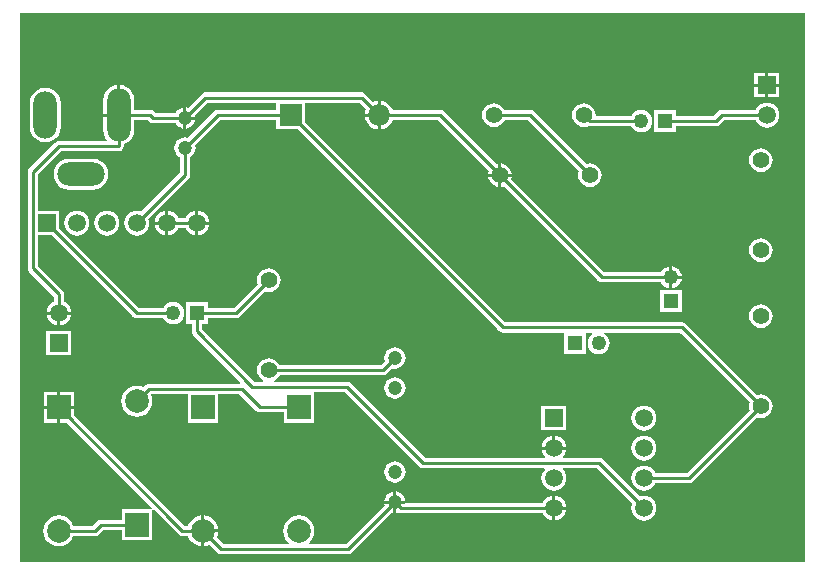
<source format=gbl>
%FSLAX24Y24*%
%MOIN*%
G70*
G01*
G75*
G04 Layer_Physical_Order=2*
G04 Layer_Color=16711680*
%ADD10C,0.0100*%
%ADD11C,0.0394*%
%ADD12C,0.0551*%
%ADD13C,0.0591*%
%ADD14R,0.0591X0.0591*%
%ADD15O,0.0591X0.1575*%
%ADD16O,0.1575X0.0591*%
%ADD17O,0.0591X0.1772*%
%ADD18O,0.1575X0.0787*%
%ADD19O,0.0787X0.1575*%
%ADD20O,0.0787X0.1772*%
%ADD21R,0.0492X0.0492*%
%ADD22C,0.0492*%
%ADD23R,0.0492X0.0492*%
%ADD24R,0.0728X0.0728*%
%ADD25C,0.0728*%
%ADD26C,0.0472*%
%ADD27C,0.0787*%
%ADD28R,0.0787X0.0787*%
%ADD29R,0.0591X0.0591*%
G36*
X46867Y30692D02*
X20692D01*
Y48993D01*
X46867D01*
Y30692D01*
D02*
G37*
%LPC*%
G36*
X22512Y36371D02*
X22050D01*
Y35909D01*
X22512D01*
Y36371D01*
D02*
G37*
G36*
X33200Y36857D02*
X33108Y36845D01*
X33021Y36810D01*
X32947Y36753D01*
X32890Y36679D01*
X32855Y36593D01*
X32843Y36500D01*
X32855Y36407D01*
X32890Y36321D01*
X32947Y36247D01*
X33021Y36190D01*
X33108Y36155D01*
X33200Y36143D01*
X33293Y36155D01*
X33379Y36190D01*
X33453Y36247D01*
X33510Y36321D01*
X33545Y36407D01*
X33557Y36500D01*
X33545Y36593D01*
X33510Y36679D01*
X33453Y36753D01*
X33379Y36810D01*
X33293Y36845D01*
X33200Y36857D01*
D02*
G37*
G36*
X22413Y38413D02*
X21587D01*
Y37587D01*
X22413D01*
Y38413D01*
D02*
G37*
G36*
X38913Y35913D02*
X38087D01*
Y35087D01*
X38913D01*
Y35913D01*
D02*
G37*
G36*
X21950Y35809D02*
X21488D01*
Y35347D01*
X21950D01*
Y35809D01*
D02*
G37*
G36*
Y36371D02*
X21488D01*
Y35909D01*
X21950D01*
Y36371D01*
D02*
G37*
G36*
X45400Y39297D02*
X45297Y39284D01*
X45201Y39244D01*
X45119Y39181D01*
X45056Y39099D01*
X45016Y39003D01*
X45003Y38900D01*
X45016Y38797D01*
X45056Y38701D01*
X45119Y38619D01*
X45201Y38556D01*
X45297Y38516D01*
X45400Y38503D01*
X45503Y38516D01*
X45599Y38556D01*
X45681Y38619D01*
X45744Y38701D01*
X45784Y38797D01*
X45797Y38900D01*
X45784Y39003D01*
X45744Y39099D01*
X45681Y39181D01*
X45599Y39244D01*
X45503Y39284D01*
X45400Y39297D01*
D02*
G37*
G36*
X29000Y40497D02*
X28897Y40484D01*
X28801Y40444D01*
X28719Y40381D01*
X28656Y40299D01*
X28616Y40203D01*
X28603Y40100D01*
X28616Y39997D01*
X28628Y39970D01*
X27829Y39171D01*
X26958D01*
Y39364D01*
X26230D01*
Y38636D01*
X26422D01*
Y38386D01*
X26422Y38386D01*
X26422D01*
X26435Y38321D01*
X26472Y38265D01*
X28050Y36688D01*
X28031Y36641D01*
X25011D01*
X24945Y36628D01*
X24890Y36591D01*
X24820Y36522D01*
X24734Y36558D01*
X24600Y36575D01*
X24466Y36558D01*
X24342Y36506D01*
X24235Y36424D01*
X24153Y36317D01*
X24101Y36193D01*
X24084Y36059D01*
X24101Y35925D01*
X24153Y35801D01*
X24235Y35694D01*
X24342Y35612D01*
X24466Y35560D01*
X24600Y35543D01*
X24734Y35560D01*
X24858Y35612D01*
X24965Y35694D01*
X25047Y35801D01*
X25099Y35925D01*
X25116Y36059D01*
X25099Y36193D01*
X25063Y36279D01*
X25082Y36299D01*
X26288D01*
Y35347D01*
X27312D01*
Y36299D01*
X28019D01*
X28580Y35738D01*
X28580D01*
X28580Y35738D01*
X28580Y35738D01*
Y35738D01*
X28635Y35701D01*
X28701Y35688D01*
X29488D01*
Y35347D01*
X30512D01*
Y36359D01*
X31549D01*
X34029Y33879D01*
X34084Y33842D01*
X34095Y33839D01*
X34150Y33829D01*
X38175D01*
X38197Y33784D01*
X38139Y33708D01*
X38097Y33608D01*
X38083Y33500D01*
X38097Y33392D01*
X38139Y33292D01*
X38205Y33205D01*
X38292Y33139D01*
X38392Y33097D01*
X38500Y33083D01*
X38608Y33097D01*
X38708Y33139D01*
X38795Y33205D01*
X38861Y33292D01*
X38903Y33392D01*
X38917Y33500D01*
X38903Y33608D01*
X38861Y33708D01*
X38795Y33795D01*
X38806Y33829D01*
X39929D01*
X41113Y32645D01*
X41097Y32608D01*
X41083Y32500D01*
X41097Y32392D01*
X41139Y32292D01*
X41205Y32205D01*
X41292Y32139D01*
X41392Y32097D01*
X41500Y32083D01*
X41608Y32097D01*
X41708Y32139D01*
X41795Y32205D01*
X41861Y32292D01*
X41903Y32392D01*
X41917Y32500D01*
X41903Y32608D01*
X41861Y32708D01*
X41795Y32795D01*
X41708Y32861D01*
X41608Y32903D01*
X41500Y32917D01*
X41392Y32903D01*
X41355Y32887D01*
X40121Y34121D01*
X40066Y34158D01*
X40000Y34171D01*
X38825D01*
X38803Y34216D01*
X38861Y34292D01*
X38903Y34392D01*
X38910Y34450D01*
X38090D01*
X38097Y34392D01*
X38139Y34292D01*
X38197Y34216D01*
X38175Y34171D01*
X34221D01*
X31741Y36651D01*
X31686Y36688D01*
X31620Y36701D01*
X29195D01*
X29185Y36750D01*
X29199Y36756D01*
X29281Y36819D01*
X29344Y36901D01*
X29355Y36929D01*
X32800D01*
X32866Y36942D01*
X32921Y36979D01*
X32921Y36979D01*
X32921Y36979D01*
X33100Y37158D01*
X33108Y37155D01*
X33200Y37143D01*
X33293Y37155D01*
X33379Y37190D01*
X33453Y37247D01*
X33510Y37321D01*
X33545Y37408D01*
X33557Y37500D01*
X33545Y37592D01*
X33510Y37679D01*
X33453Y37753D01*
X33379Y37810D01*
X33293Y37845D01*
X33200Y37857D01*
X33108Y37845D01*
X33021Y37810D01*
X32947Y37753D01*
X32890Y37679D01*
X32855Y37592D01*
X32843Y37500D01*
X32855Y37408D01*
X32858Y37400D01*
X32729Y37271D01*
X29355D01*
X29344Y37299D01*
X29281Y37381D01*
X29199Y37444D01*
X29103Y37484D01*
X29000Y37497D01*
X28897Y37484D01*
X28801Y37444D01*
X28719Y37381D01*
X28656Y37299D01*
X28616Y37203D01*
X28603Y37100D01*
X28616Y36997D01*
X28656Y36901D01*
X28719Y36819D01*
X28801Y36756D01*
X28815Y36750D01*
X28805Y36701D01*
X28521D01*
X26765Y38457D01*
Y38636D01*
X26958D01*
Y38829D01*
X27900D01*
X27966Y38842D01*
X28021Y38879D01*
X28870Y39728D01*
X28897Y39716D01*
X29000Y39703D01*
X29103Y39716D01*
X29199Y39756D01*
X29281Y39819D01*
X29344Y39901D01*
X29384Y39997D01*
X29397Y40100D01*
X29384Y40203D01*
X29344Y40299D01*
X29281Y40381D01*
X29199Y40444D01*
X29103Y40484D01*
X29000Y40497D01*
D02*
G37*
G36*
X37091Y43550D02*
X36750D01*
Y43209D01*
X36803Y43216D01*
X36830Y43228D01*
X39985Y40072D01*
X39985D01*
X39985Y40072D01*
X39985Y40072D01*
Y40072D01*
X40041Y40035D01*
X40106Y40022D01*
X42077D01*
X42082Y40010D01*
X42140Y39934D01*
X42216Y39876D01*
X42305Y39839D01*
X42350Y39833D01*
Y40194D01*
Y40554D01*
X42305Y40549D01*
X42216Y40512D01*
X42140Y40453D01*
X42082Y40377D01*
X42077Y40365D01*
X40177D01*
X37072Y43470D01*
X37084Y43497D01*
X37091Y43550D01*
D02*
G37*
G36*
X42761Y40144D02*
X42450D01*
Y39833D01*
X42495Y39839D01*
X42584Y39876D01*
X42660Y39934D01*
X42718Y40010D01*
X42755Y40099D01*
X42761Y40144D01*
D02*
G37*
G36*
X21950Y38950D02*
X21590D01*
X21597Y38892D01*
X21639Y38792D01*
X21705Y38705D01*
X21792Y38639D01*
X21892Y38597D01*
X21950Y38590D01*
Y38950D01*
D02*
G37*
G36*
X22410D02*
X22050D01*
Y38590D01*
X22108Y38597D01*
X22208Y38639D01*
X22295Y38705D01*
X22361Y38792D01*
X22403Y38892D01*
X22410Y38950D01*
D02*
G37*
G36*
X42764Y39770D02*
X42036D01*
Y39042D01*
X42764D01*
Y39770D01*
D02*
G37*
G36*
X22512Y35809D02*
X22050D01*
Y35347D01*
X22269D01*
X25118Y32499D01*
X25114Y32491D01*
D01*
X25099Y32453D01*
X24088D01*
Y32112D01*
X23400D01*
X23334Y32099D01*
X23279Y32062D01*
X23129Y31912D01*
X22483D01*
X22447Y31999D01*
X22365Y32106D01*
X22258Y32188D01*
X22134Y32240D01*
X22000Y32257D01*
X21866Y32240D01*
X21742Y32188D01*
X21635Y32106D01*
X21553Y31999D01*
X21501Y31875D01*
X21484Y31741D01*
X21501Y31607D01*
X21553Y31483D01*
X21635Y31376D01*
X21742Y31294D01*
X21866Y31242D01*
X22000Y31225D01*
X22134Y31242D01*
X22258Y31294D01*
X22365Y31376D01*
X22447Y31483D01*
X22483Y31570D01*
X23200D01*
X23266Y31583D01*
X23321Y31620D01*
X23321Y31620D01*
X23321Y31620D01*
X23471Y31770D01*
X24088D01*
Y31429D01*
X25112D01*
Y32440D01*
X25150Y32455D01*
D01*
X25158Y32459D01*
X25997Y31620D01*
X25997D01*
X25997Y31620D01*
X25997Y31620D01*
Y31620D01*
X26053Y31583D01*
X26118Y31570D01*
X26317D01*
X26353Y31483D01*
X26435Y31376D01*
X26542Y31294D01*
X26666Y31242D01*
X26750Y31231D01*
Y31741D01*
Y32251D01*
X26666Y32240D01*
X26542Y32188D01*
X26435Y32106D01*
X26353Y31999D01*
X26317Y31912D01*
X26189D01*
X22512Y35590D01*
Y35809D01*
D02*
G37*
G36*
X38550Y32910D02*
Y32550D01*
X38910D01*
X38903Y32608D01*
X38861Y32708D01*
X38795Y32795D01*
X38708Y32861D01*
X38608Y32903D01*
X38550Y32910D01*
D02*
G37*
G36*
X38450D02*
X38392Y32903D01*
X38292Y32861D01*
X38205Y32795D01*
X38139Y32708D01*
X38124Y32671D01*
X33582D01*
X33557Y32700D01*
X33551Y32650D01*
X33250D01*
Y32349D01*
X33293Y32355D01*
X33306Y32360D01*
X33334Y32342D01*
X33400Y32329D01*
X38124D01*
X38139Y32292D01*
X38205Y32205D01*
X38292Y32139D01*
X38392Y32097D01*
X38450Y32090D01*
Y32500D01*
Y32910D01*
D02*
G37*
G36*
X26850Y32251D02*
Y31791D01*
X27310D01*
X27299Y31875D01*
X27247Y31999D01*
X27165Y32106D01*
X27058Y32188D01*
X26934Y32240D01*
X26850Y32251D01*
D02*
G37*
G36*
X38910Y32450D02*
X38550D01*
Y32090D01*
X38608Y32097D01*
X38708Y32139D01*
X38795Y32205D01*
X38861Y32292D01*
X38903Y32392D01*
X38910Y32450D01*
D02*
G37*
G36*
X33150Y32650D02*
X32849D01*
X32855Y32608D01*
X32858Y32600D01*
X31559Y31301D01*
X30346D01*
X30330Y31349D01*
X30365Y31376D01*
X30447Y31483D01*
X30499Y31607D01*
X30516Y31741D01*
X30499Y31875D01*
X30447Y31999D01*
X30365Y32106D01*
X30258Y32188D01*
X30134Y32240D01*
X30000Y32257D01*
X29866Y32240D01*
X29742Y32188D01*
X29635Y32106D01*
X29553Y31999D01*
X29501Y31875D01*
X29484Y31741D01*
X29501Y31607D01*
X29553Y31483D01*
X29635Y31376D01*
X29670Y31349D01*
X29654Y31301D01*
X27482D01*
X27263Y31521D01*
X27299Y31607D01*
X27310Y31691D01*
X26850D01*
Y31231D01*
X26934Y31242D01*
X27020Y31278D01*
X27290Y31009D01*
X27290D01*
X27290Y31009D01*
X27290Y31009D01*
Y31009D01*
X27345Y30972D01*
X27411Y30959D01*
X31630D01*
X31696Y30972D01*
X31751Y31009D01*
X33100Y32358D01*
X33108Y32355D01*
X33150Y32349D01*
Y32650D01*
D02*
G37*
G36*
Y33051D02*
X33108Y33045D01*
X33021Y33010D01*
X32947Y32953D01*
X32890Y32879D01*
X32855Y32792D01*
X32849Y32750D01*
X33150D01*
Y33051D01*
D02*
G37*
G36*
X38450Y34910D02*
X38392Y34903D01*
X38292Y34861D01*
X38205Y34795D01*
X38139Y34708D01*
X38097Y34608D01*
X38090Y34550D01*
X38450D01*
Y34910D01*
D02*
G37*
G36*
X38550D02*
Y34550D01*
X38910D01*
X38903Y34608D01*
X38861Y34708D01*
X38795Y34795D01*
X38708Y34861D01*
X38608Y34903D01*
X38550Y34910D01*
D02*
G37*
G36*
X41500Y35917D02*
X41392Y35903D01*
X41292Y35861D01*
X41205Y35795D01*
X41139Y35708D01*
X41097Y35608D01*
X41083Y35500D01*
X41097Y35392D01*
X41139Y35292D01*
X41205Y35205D01*
X41292Y35139D01*
X41392Y35097D01*
X41500Y35083D01*
X41608Y35097D01*
X41708Y35139D01*
X41795Y35205D01*
X41861Y35292D01*
X41903Y35392D01*
X41917Y35500D01*
X41903Y35608D01*
X41861Y35708D01*
X41795Y35795D01*
X41708Y35861D01*
X41608Y35903D01*
X41500Y35917D01*
D02*
G37*
G36*
X33250Y33051D02*
Y32750D01*
X33551D01*
X33545Y32792D01*
X33510Y32879D01*
X33453Y32953D01*
X33379Y33010D01*
X33293Y33045D01*
X33250Y33051D01*
D02*
G37*
G36*
X33200Y34057D02*
X33108Y34045D01*
X33021Y34010D01*
X32947Y33953D01*
X32890Y33879D01*
X32855Y33793D01*
X32843Y33700D01*
X32855Y33607D01*
X32890Y33521D01*
X32947Y33447D01*
X33021Y33390D01*
X33108Y33355D01*
X33200Y33343D01*
X33293Y33355D01*
X33379Y33390D01*
X33453Y33447D01*
X33510Y33521D01*
X33545Y33607D01*
X33557Y33700D01*
X33545Y33793D01*
X33510Y33879D01*
X33453Y33953D01*
X33379Y34010D01*
X33293Y34045D01*
X33200Y34057D01*
D02*
G37*
G36*
X41500Y34917D02*
X41392Y34903D01*
X41292Y34861D01*
X41205Y34795D01*
X41139Y34708D01*
X41097Y34608D01*
X41083Y34500D01*
X41097Y34392D01*
X41139Y34292D01*
X41205Y34205D01*
X41292Y34139D01*
X41392Y34097D01*
X41500Y34083D01*
X41608Y34097D01*
X41708Y34139D01*
X41795Y34205D01*
X41861Y34292D01*
X41903Y34392D01*
X41917Y34500D01*
X41903Y34608D01*
X41861Y34708D01*
X41795Y34795D01*
X41708Y34861D01*
X41608Y34903D01*
X41500Y34917D01*
D02*
G37*
G36*
X32626Y45550D02*
X32197D01*
X32207Y45474D01*
X32255Y45357D01*
X32332Y45256D01*
X32433Y45179D01*
X32550Y45130D01*
X32626Y45120D01*
Y45550D01*
D02*
G37*
G36*
X24044Y46602D02*
Y45600D01*
X23994D01*
Y45550D01*
X23477D01*
Y45108D01*
X23495Y44974D01*
X23547Y44850D01*
X23603Y44776D01*
X23581Y44731D01*
X21990D01*
X21924Y44718D01*
X21869Y44681D01*
X21009Y43821D01*
X20972Y43766D01*
X20959Y43700D01*
Y40490D01*
X20959Y40490D01*
X20959D01*
X20972Y40424D01*
X21009Y40369D01*
X21829Y39549D01*
Y39376D01*
X21792Y39361D01*
X21705Y39295D01*
X21639Y39208D01*
X21597Y39108D01*
X21590Y39050D01*
X22410D01*
X22403Y39108D01*
X22361Y39208D01*
X22295Y39295D01*
X22208Y39361D01*
X22171Y39376D01*
Y39620D01*
X22158Y39686D01*
X22121Y39741D01*
X21301Y40561D01*
Y41587D01*
X21771D01*
X24479Y38879D01*
X24534Y38842D01*
X24600Y38829D01*
X25483D01*
X25488Y38816D01*
X25547Y38740D01*
X25623Y38682D01*
X25711Y38645D01*
X25806Y38633D01*
X25901Y38645D01*
X25990Y38682D01*
X26066Y38740D01*
X26124Y38816D01*
X26161Y38905D01*
X26174Y39000D01*
X26161Y39095D01*
X26124Y39184D01*
X26066Y39260D01*
X25990Y39318D01*
X25901Y39355D01*
X25806Y39367D01*
X25711Y39355D01*
X25623Y39318D01*
X25547Y39260D01*
X25488Y39184D01*
X25483Y39171D01*
X24671D01*
X22013Y41829D01*
Y42413D01*
X21301D01*
Y43629D01*
X22061Y44389D01*
X23994D01*
X24059Y44402D01*
X24115Y44439D01*
X24152Y44494D01*
X24165Y44560D01*
X24165Y44560D01*
X24165Y44560D01*
Y44560D01*
Y44625D01*
X24252Y44661D01*
X24359Y44743D01*
X24441Y44850D01*
X24492Y44974D01*
X24510Y45108D01*
Y45429D01*
X24969D01*
X25019Y45379D01*
X25074Y45342D01*
X25085Y45339D01*
X25140Y45329D01*
X25887D01*
X25890Y45321D01*
X25947Y45247D01*
X26021Y45190D01*
X26107Y45155D01*
X26150Y45149D01*
Y45500D01*
Y45851D01*
X26107Y45845D01*
X26021Y45810D01*
X25947Y45753D01*
X25890Y45679D01*
X25887Y45671D01*
X25211D01*
X25161Y45721D01*
X25106Y45758D01*
X25040Y45771D01*
X24510D01*
Y46092D01*
X24492Y46226D01*
X24441Y46350D01*
X24359Y46457D01*
X24252Y46539D01*
X24127Y46591D01*
X24044Y46602D01*
D02*
G37*
G36*
X26551Y45450D02*
X26250D01*
Y45149D01*
X26293Y45155D01*
X26379Y45190D01*
X26453Y45247D01*
X26510Y45321D01*
X26545Y45408D01*
X26551Y45450D01*
D02*
G37*
G36*
X45400Y44497D02*
X45297Y44484D01*
X45201Y44444D01*
X45119Y44381D01*
X45056Y44299D01*
X45016Y44203D01*
X45003Y44100D01*
X45016Y43997D01*
X45056Y43901D01*
X45119Y43819D01*
X45201Y43756D01*
X45297Y43716D01*
X45400Y43703D01*
X45503Y43716D01*
X45599Y43756D01*
X45681Y43819D01*
X45744Y43901D01*
X45784Y43997D01*
X45797Y44100D01*
X45784Y44203D01*
X45744Y44299D01*
X45681Y44381D01*
X45599Y44444D01*
X45503Y44484D01*
X45400Y44497D01*
D02*
G37*
G36*
X21553Y46510D02*
X21419Y46492D01*
X21295Y46441D01*
X21188Y46359D01*
X21106Y46252D01*
X21054Y46127D01*
X21037Y45994D01*
Y45206D01*
X21054Y45073D01*
X21106Y44948D01*
X21188Y44841D01*
X21295Y44759D01*
X21419Y44708D01*
X21553Y44690D01*
X21686Y44708D01*
X21811Y44759D01*
X21918Y44841D01*
X22000Y44948D01*
X22051Y45073D01*
X22069Y45206D01*
Y45994D01*
X22051Y46127D01*
X22000Y46252D01*
X21918Y46359D01*
X21811Y46441D01*
X21686Y46492D01*
X21553Y46510D01*
D02*
G37*
G36*
X39500Y45997D02*
X39397Y45984D01*
X39301Y45944D01*
X39219Y45881D01*
X39156Y45799D01*
X39116Y45703D01*
X39103Y45600D01*
X39116Y45497D01*
X39156Y45401D01*
X39219Y45319D01*
X39301Y45256D01*
X39397Y45216D01*
X39500Y45203D01*
X39603Y45216D01*
X39654Y45238D01*
X39700Y45229D01*
X41083D01*
X41088Y45216D01*
X41147Y45140D01*
X41223Y45082D01*
X41311Y45045D01*
X41406Y45033D01*
X41501Y45045D01*
X41590Y45082D01*
X41666Y45140D01*
X41724Y45216D01*
X41761Y45305D01*
X41774Y45400D01*
X41761Y45495D01*
X41724Y45584D01*
X41666Y45660D01*
X41590Y45718D01*
X41501Y45755D01*
X41406Y45767D01*
X41311Y45755D01*
X41223Y45718D01*
X41147Y45660D01*
X41088Y45584D01*
X41083Y45571D01*
X39922D01*
X39897Y45600D01*
X39884Y45703D01*
X39844Y45799D01*
X39781Y45881D01*
X39699Y45944D01*
X39603Y45984D01*
X39500Y45997D01*
D02*
G37*
G36*
X45600Y46017D02*
X45492Y46003D01*
X45392Y45961D01*
X45305Y45895D01*
X45239Y45808D01*
X45224Y45771D01*
X44100D01*
X44034Y45758D01*
X43979Y45721D01*
X43829Y45571D01*
X42558D01*
Y45764D01*
X41830D01*
Y45036D01*
X42558D01*
Y45229D01*
X43900D01*
X43966Y45242D01*
X44021Y45279D01*
X44171Y45429D01*
X45224D01*
X45239Y45392D01*
X45305Y45305D01*
X45392Y45239D01*
X45492Y45197D01*
X45600Y45183D01*
X45708Y45197D01*
X45808Y45239D01*
X45895Y45305D01*
X45961Y45392D01*
X46003Y45492D01*
X46017Y45600D01*
X46003Y45708D01*
X45961Y45808D01*
X45895Y45895D01*
X45808Y45961D01*
X45708Y46003D01*
X45600Y46017D01*
D02*
G37*
G36*
X46013Y46550D02*
X45650D01*
Y46187D01*
X46013D01*
Y46550D01*
D02*
G37*
G36*
X45550Y47013D02*
X45187D01*
Y46650D01*
X45550D01*
Y47013D01*
D02*
G37*
G36*
X46013D02*
X45650D01*
Y46650D01*
X46013D01*
Y47013D01*
D02*
G37*
G36*
X23944Y46602D02*
X23860Y46591D01*
X23736Y46539D01*
X23629Y46457D01*
X23547Y46350D01*
X23495Y46226D01*
X23477Y46092D01*
Y45650D01*
X23944D01*
Y46602D01*
D02*
G37*
G36*
X32096Y46351D02*
X26880D01*
X26814Y46338D01*
X26759Y46301D01*
X26300Y45842D01*
X26293Y45845D01*
X26250Y45851D01*
Y45550D01*
X26551D01*
X26545Y45592D01*
X26542Y45600D01*
X26951Y46009D01*
X29241D01*
Y45771D01*
X27300D01*
X27234Y45758D01*
X27179Y45721D01*
X26300Y44842D01*
X26293Y44845D01*
X26200Y44857D01*
X26107Y44845D01*
X26021Y44810D01*
X25947Y44753D01*
X25890Y44679D01*
X25855Y44592D01*
X25843Y44500D01*
X25855Y44408D01*
X25890Y44321D01*
X25947Y44247D01*
X26021Y44190D01*
X26029Y44187D01*
Y43671D01*
X24745Y42387D01*
X24708Y42403D01*
X24600Y42417D01*
X24492Y42403D01*
X24392Y42361D01*
X24305Y42295D01*
X24239Y42208D01*
X24197Y42108D01*
X24183Y42000D01*
X24197Y41892D01*
X24239Y41792D01*
X24305Y41705D01*
X24392Y41639D01*
X24492Y41597D01*
X24600Y41583D01*
X24708Y41597D01*
X24808Y41639D01*
X24895Y41705D01*
X24961Y41792D01*
X25003Y41892D01*
X25017Y42000D01*
X25003Y42108D01*
X24987Y42145D01*
X26321Y43479D01*
X26358Y43534D01*
X26371Y43600D01*
X26371Y43600D01*
X26371Y43600D01*
Y43600D01*
Y44187D01*
X26379Y44190D01*
X26453Y44247D01*
X26510Y44321D01*
X26545Y44408D01*
X26557Y44500D01*
X26545Y44592D01*
X26542Y44600D01*
X27371Y45429D01*
X29241D01*
Y45118D01*
X29964D01*
X36682Y38399D01*
X36738Y38362D01*
X36804Y38349D01*
X38842D01*
Y37636D01*
X39570D01*
Y38349D01*
X39772D01*
X39788Y38301D01*
X39734Y38260D01*
X39676Y38184D01*
X39639Y38095D01*
X39626Y38000D01*
X39639Y37905D01*
X39676Y37816D01*
X39734Y37740D01*
X39810Y37682D01*
X39899Y37645D01*
X39994Y37633D01*
X40089Y37645D01*
X40177Y37682D01*
X40253Y37740D01*
X40312Y37816D01*
X40349Y37905D01*
X40361Y38000D01*
X40349Y38095D01*
X40312Y38184D01*
X40253Y38260D01*
X40177Y38318D01*
X40183Y38349D01*
X42709D01*
X45028Y36030D01*
X45016Y36003D01*
X45003Y35900D01*
X45016Y35797D01*
X45028Y35770D01*
X42929Y33671D01*
X41876D01*
X41861Y33708D01*
X41795Y33795D01*
X41708Y33861D01*
X41608Y33903D01*
X41500Y33917D01*
X41392Y33903D01*
X41292Y33861D01*
X41205Y33795D01*
X41139Y33708D01*
X41097Y33608D01*
X41083Y33500D01*
X41097Y33392D01*
X41139Y33292D01*
X41205Y33205D01*
X41292Y33139D01*
X41392Y33097D01*
X41500Y33083D01*
X41608Y33097D01*
X41708Y33139D01*
X41795Y33205D01*
X41861Y33292D01*
X41876Y33329D01*
X43000D01*
X43066Y33342D01*
X43121Y33379D01*
X45270Y35528D01*
X45297Y35516D01*
X45400Y35503D01*
X45503Y35516D01*
X45599Y35556D01*
X45681Y35619D01*
X45744Y35701D01*
X45784Y35797D01*
X45797Y35900D01*
X45784Y36003D01*
X45744Y36099D01*
X45681Y36181D01*
X45599Y36244D01*
X45503Y36284D01*
X45400Y36297D01*
X45297Y36284D01*
X45270Y36272D01*
X42901Y38641D01*
X42846Y38678D01*
X42780Y38691D01*
X36875D01*
X30206Y45360D01*
Y46009D01*
X32025D01*
X32236Y45798D01*
X32207Y45726D01*
X32197Y45650D01*
X32626D01*
Y46080D01*
X32550Y46070D01*
X32479Y46040D01*
X32218Y46301D01*
X32162Y46338D01*
X32096Y46351D01*
D02*
G37*
G36*
X45550Y46550D02*
X45187D01*
Y46187D01*
X45550D01*
Y46550D01*
D02*
G37*
G36*
X36750Y43991D02*
Y43650D01*
X37091D01*
X37084Y43703D01*
X37044Y43799D01*
X36981Y43881D01*
X36899Y43944D01*
X36803Y43984D01*
X36750Y43991D01*
D02*
G37*
G36*
X23600Y42417D02*
X23492Y42403D01*
X23392Y42361D01*
X23305Y42295D01*
X23239Y42208D01*
X23197Y42108D01*
X23183Y42000D01*
X23197Y41892D01*
X23239Y41792D01*
X23305Y41705D01*
X23392Y41639D01*
X23492Y41597D01*
X23600Y41583D01*
X23708Y41597D01*
X23808Y41639D01*
X23895Y41705D01*
X23961Y41792D01*
X24003Y41892D01*
X24017Y42000D01*
X24003Y42108D01*
X23961Y42208D01*
X23895Y42295D01*
X23808Y42361D01*
X23708Y42403D01*
X23600Y42417D01*
D02*
G37*
G36*
X25550Y41950D02*
X25190D01*
X25197Y41892D01*
X25239Y41792D01*
X25305Y41705D01*
X25392Y41639D01*
X25492Y41597D01*
X25550Y41590D01*
Y41950D01*
D02*
G37*
G36*
X27010D02*
X26650D01*
Y41590D01*
X26708Y41597D01*
X26808Y41639D01*
X26895Y41705D01*
X26961Y41792D01*
X27003Y41892D01*
X27010Y41950D01*
D02*
G37*
G36*
X42450Y40554D02*
Y40244D01*
X42761D01*
X42755Y40289D01*
X42718Y40377D01*
X42660Y40453D01*
X42584Y40512D01*
X42495Y40549D01*
X42450Y40554D01*
D02*
G37*
G36*
X45400Y41497D02*
X45297Y41484D01*
X45201Y41444D01*
X45119Y41381D01*
X45056Y41299D01*
X45016Y41203D01*
X45003Y41100D01*
X45016Y40997D01*
X45056Y40901D01*
X45119Y40819D01*
X45201Y40756D01*
X45297Y40716D01*
X45400Y40703D01*
X45503Y40716D01*
X45599Y40756D01*
X45681Y40819D01*
X45744Y40901D01*
X45784Y40997D01*
X45797Y41100D01*
X45784Y41203D01*
X45744Y41299D01*
X45681Y41381D01*
X45599Y41444D01*
X45503Y41484D01*
X45400Y41497D01*
D02*
G37*
G36*
X22600Y42417D02*
X22492Y42403D01*
X22392Y42361D01*
X22305Y42295D01*
X22239Y42208D01*
X22197Y42108D01*
X22183Y42000D01*
X22197Y41892D01*
X22239Y41792D01*
X22305Y41705D01*
X22392Y41639D01*
X22492Y41597D01*
X22600Y41583D01*
X22708Y41597D01*
X22808Y41639D01*
X22895Y41705D01*
X22961Y41792D01*
X23003Y41892D01*
X23017Y42000D01*
X23003Y42108D01*
X22961Y42208D01*
X22895Y42295D01*
X22808Y42361D01*
X22708Y42403D01*
X22600Y42417D01*
D02*
G37*
G36*
X25550Y42410D02*
X25492Y42403D01*
X25392Y42361D01*
X25305Y42295D01*
X25239Y42208D01*
X25197Y42108D01*
X25190Y42050D01*
X25550D01*
Y42410D01*
D02*
G37*
G36*
X36500Y45997D02*
X36397Y45984D01*
X36301Y45944D01*
X36219Y45881D01*
X36156Y45799D01*
X36116Y45703D01*
X36103Y45600D01*
X36116Y45497D01*
X36156Y45401D01*
X36219Y45319D01*
X36301Y45256D01*
X36397Y45216D01*
X36500Y45203D01*
X36603Y45216D01*
X36699Y45256D01*
X36781Y45319D01*
X36844Y45401D01*
X36855Y45429D01*
X37629D01*
X39328Y43730D01*
X39316Y43703D01*
X39303Y43600D01*
X39316Y43497D01*
X39356Y43401D01*
X39419Y43319D01*
X39501Y43256D01*
X39597Y43216D01*
X39700Y43203D01*
X39803Y43216D01*
X39899Y43256D01*
X39981Y43319D01*
X40044Y43401D01*
X40084Y43497D01*
X40097Y43600D01*
X40084Y43703D01*
X40044Y43799D01*
X39981Y43881D01*
X39899Y43944D01*
X39803Y43984D01*
X39700Y43997D01*
X39597Y43984D01*
X39570Y43972D01*
X37821Y45721D01*
X37766Y45758D01*
X37700Y45771D01*
X36855D01*
X36844Y45799D01*
X36781Y45881D01*
X36699Y45944D01*
X36603Y45984D01*
X36500Y45997D01*
D02*
G37*
G36*
X36650Y43550D02*
X36309D01*
X36316Y43497D01*
X36356Y43401D01*
X36419Y43319D01*
X36501Y43256D01*
X36597Y43216D01*
X36650Y43209D01*
Y43550D01*
D02*
G37*
G36*
X32726Y46080D02*
Y45600D01*
Y45120D01*
X32802Y45130D01*
X32920Y45179D01*
X33020Y45256D01*
X33098Y45357D01*
X33127Y45429D01*
X34629D01*
X36328Y43730D01*
X36316Y43703D01*
X36309Y43650D01*
X36650D01*
Y43991D01*
X36597Y43984D01*
X36570Y43972D01*
X34821Y45721D01*
X34766Y45758D01*
X34700Y45771D01*
X33127D01*
X33098Y45843D01*
X33020Y45944D01*
X32920Y46021D01*
X32802Y46070D01*
X32726Y46080D01*
D02*
G37*
G36*
X26650Y42410D02*
Y42050D01*
X27010D01*
X27003Y42108D01*
X26961Y42208D01*
X26895Y42295D01*
X26808Y42361D01*
X26708Y42403D01*
X26650Y42410D01*
D02*
G37*
G36*
X26550D02*
X26492Y42403D01*
X26392Y42361D01*
X26305Y42295D01*
X26239Y42208D01*
X26224Y42171D01*
X25976D01*
X25961Y42208D01*
X25895Y42295D01*
X25808Y42361D01*
X25708Y42403D01*
X25650Y42410D01*
Y42000D01*
Y41590D01*
X25708Y41597D01*
X25808Y41639D01*
X25895Y41705D01*
X25961Y41792D01*
X25976Y41829D01*
X26224D01*
X26239Y41792D01*
X26305Y41705D01*
X26392Y41639D01*
X26492Y41597D01*
X26550Y41590D01*
Y42000D01*
Y42410D01*
D02*
G37*
G36*
X23128Y44148D02*
X22340D01*
X22207Y44130D01*
X22082Y44079D01*
X21975Y43997D01*
X21893Y43890D01*
X21842Y43765D01*
X21824Y43632D01*
X21842Y43498D01*
X21893Y43373D01*
X21975Y43266D01*
X22082Y43184D01*
X22207Y43133D01*
X22340Y43115D01*
X23128D01*
X23261Y43133D01*
X23386Y43184D01*
X23493Y43266D01*
X23575Y43373D01*
X23626Y43498D01*
X23644Y43632D01*
X23626Y43765D01*
X23575Y43890D01*
X23493Y43997D01*
X23386Y44079D01*
X23261Y44130D01*
X23128Y44148D01*
D02*
G37*
%LPD*%
D10*
X26200Y43600D02*
Y44500D01*
X29724Y45600D02*
X36804Y38520D01*
X41500Y33500D02*
X43000D01*
X37700Y45600D02*
X39700Y43600D01*
X36500Y45600D02*
X37700D01*
X22000Y31741D02*
X23200D01*
X23400Y31941D01*
X24600D01*
X28701Y35859D02*
X30000D01*
X24600Y39000D02*
X25806D01*
X26594Y38386D02*
Y39000D01*
X40000Y34000D02*
X41500Y32500D01*
X22000Y35859D02*
X26118Y31741D01*
X27411Y31130D02*
X31630D01*
X33400Y32500D02*
X38500D01*
X23994Y45600D02*
X25040D01*
X25140Y45500D01*
X26200D01*
X32096Y46180D02*
X32676Y45600D01*
X34700D01*
X36700Y43600D01*
X25600Y42000D02*
X26600D01*
X36700Y43600D02*
X40106Y40194D01*
X43900Y45400D02*
X44100Y45600D01*
X36804Y38520D02*
X42780D01*
X45400Y35900D01*
X26200Y44500D02*
X27300Y45600D01*
X29724D01*
X21600Y42000D02*
X24600Y39000D01*
X26594Y38386D02*
X28450Y36530D01*
X31620D01*
X34150Y34000D01*
X40000D01*
X29000Y37100D02*
X32800D01*
X33200Y37500D01*
X26800Y31741D02*
X27411Y31130D01*
X31630D02*
X33200Y32700D01*
X33400Y32500D01*
X40106Y40194D02*
X42400D01*
X26200Y45500D02*
X26880Y46180D01*
X32096D01*
X39700Y45400D02*
X41406D01*
X39500Y45600D02*
X39700Y45400D01*
X44100Y45600D02*
X45600D01*
X42194Y45400D02*
X43900D01*
X22000Y39000D02*
Y39620D01*
X21130Y40490D02*
X22000Y39620D01*
X21130Y40490D02*
Y43700D01*
X21990Y44560D01*
X23994D01*
Y45600D01*
X24600Y42000D02*
X26200Y43600D01*
X28090Y36470D02*
X28701Y35859D01*
X25011Y36470D02*
X28090D01*
X24600Y36059D02*
X25011Y36470D01*
X26118Y31741D02*
X26800D01*
X43000Y33500D02*
X45400Y35900D01*
X27900Y39000D02*
X29000Y40100D01*
X26594Y39000D02*
X27900D01*
D11*
X32700Y39650D02*
D03*
D12*
X45400Y38900D02*
D03*
Y35900D02*
D03*
Y44100D02*
D03*
Y41100D02*
D03*
X36500Y45600D02*
D03*
X39500D02*
D03*
X36700Y43600D02*
D03*
X39700D02*
D03*
X29000Y37100D02*
D03*
Y40100D02*
D03*
D13*
X22000Y39000D02*
D03*
X45600Y45600D02*
D03*
X26600Y42000D02*
D03*
X25600D02*
D03*
X24600D02*
D03*
X23600D02*
D03*
X22600D02*
D03*
X38500Y34500D02*
D03*
Y33500D02*
D03*
Y32500D02*
D03*
X41500Y35500D02*
D03*
Y34500D02*
D03*
Y33500D02*
D03*
Y32500D02*
D03*
D14*
X22000Y38000D02*
D03*
X45600Y46600D02*
D03*
D15*
X21553Y45600D02*
D03*
D16*
X22734Y43632D02*
D03*
D17*
X23994Y45600D02*
D03*
D18*
X22734Y43632D02*
D03*
D19*
X21553Y45600D02*
D03*
D20*
X23994D02*
D03*
D21*
X42194Y45400D02*
D03*
X39206Y38000D02*
D03*
X26594Y39000D02*
D03*
D22*
X41406Y45400D02*
D03*
X39994Y38000D02*
D03*
X42400Y40194D02*
D03*
X25806Y39000D02*
D03*
D23*
X42400Y39406D02*
D03*
D24*
X29724Y45600D02*
D03*
D25*
X32676D02*
D03*
D26*
X33200Y32700D02*
D03*
Y33700D02*
D03*
Y36500D02*
D03*
Y37500D02*
D03*
X26200Y45500D02*
D03*
Y44500D02*
D03*
D27*
X24600Y36059D02*
D03*
X22000Y31741D02*
D03*
X30000D02*
D03*
X26800D02*
D03*
D28*
X24600Y31941D02*
D03*
X22000Y35859D02*
D03*
X30000D02*
D03*
X26800D02*
D03*
D29*
X21600Y42000D02*
D03*
X38500Y35500D02*
D03*
M02*

</source>
